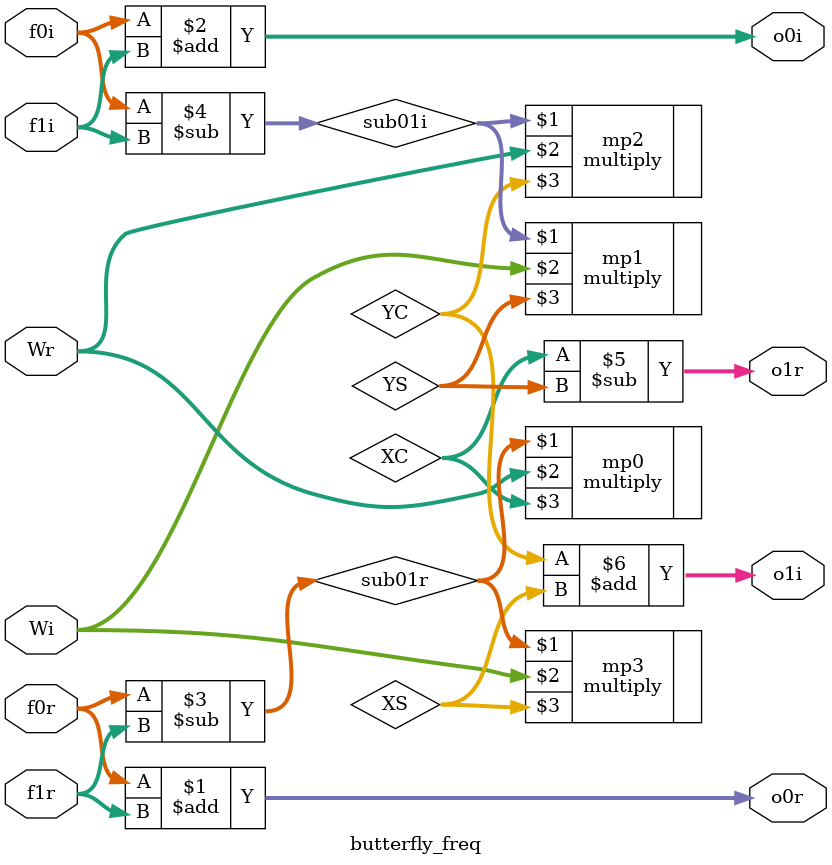
<source format=v>
`timescale 1ns / 1ps

module butterfly_time(
Fer,	// Real part of the even input.
Fei,	// Imag part of the even input.
For,	// Real part of the odd input.
Foi,	// Imag part of the odd input.
Wr,		// Real part of the weight input.
Wi,		// Imag part of the weight input.
o0r,	// Real part of output 0.
o0i,	// Imag part of output 0.
o1r,	// Real part of output 1.
o1i		// Imag part of output 1.
    );

parameter width=8;
parameter decimal=4;

input[width-1:0] Fer,Fei,For,Foi,Wr,Wi;
output[width-1:0] o0r,o0i,o1r,o1i;

wire[7:0] m0,m1,m2,m3,mr,mi;
// multiplication of complex numbers: m = Fo*W 
multiply #(.width(width),.decimal(decimal)) mp0(For,Wr,m0);
multiply #(.width(width),.decimal(decimal)) mp1(For,Wi,m1);
multiply #(.width(width),.decimal(decimal)) mp2(Foi,Wr,m2);
multiply #(.width(width),.decimal(decimal)) mp3(Foi,Wi,m3);

assign mr=m0-m3;
assign mi=m1+m2;

assign o0r=Fer+mr;
assign o0i=Fei+mi;

assign o1r=Fer-mr;
assign o1i=Fei-mi;

endmodule


module butterfly_freq(
f0r,	// Real part of input 0.
f0i,	// Imag part of input 0.
f1r,	// Real part of input 1.
f1i,	// Imag part of input 1.
Wr,		// Real part of the weight input.
Wi,		// Imag part of the weight input.
o0r,	// Real part of output 0.
o0i,	// Imag part of output 0.
o1r,	// Real part of output 1.
o1i		// Imag part of output 1.
    );

parameter width=8;
parameter decimal=4;

input[width-1:0] f0r,f0i,f1r,f1i,Wr,Wi;
output[width-1:0] o0r,o0i,o1r,o1i;

// Start of your code
assign o0r = f0r + f1r;
assign o0i = f0i + f1i;

wire[7:0]sub01r, sub01i;
// (X + jY) term in multiplication with W_Ni
assign sub01r = f0r - f1r;
assign sub01i = f0i - f1i;

// ****** Implementation of Eff. Complex Mult. ******
// (X + jY) (C + jS) = XC - YS (real), YC + XS (imag)
// G-H = (X + jY), sub01r = X, sub01i = Y
// W_Ni = (C + jS), Wr = C, Wi = S

wire[7:0] XC, YS, YC, XS; 
// multiplication of complex numbers: m = (G-H)*W 
multiply #(.width(width),.decimal(decimal)) mp0(sub01r, Wr ,XC);  
multiply #(.width(width),.decimal(decimal)) mp1(sub01i, Wi, YS);
multiply #(.width(width),.decimal(decimal)) mp2(sub01i, Wr, YC);
multiply #(.width(width),.decimal(decimal)) mp3(sub01r, Wi, XS);

assign o1r = XC - YS;
assign o1i = YC + XS;

// End of your code

endmodule

</source>
